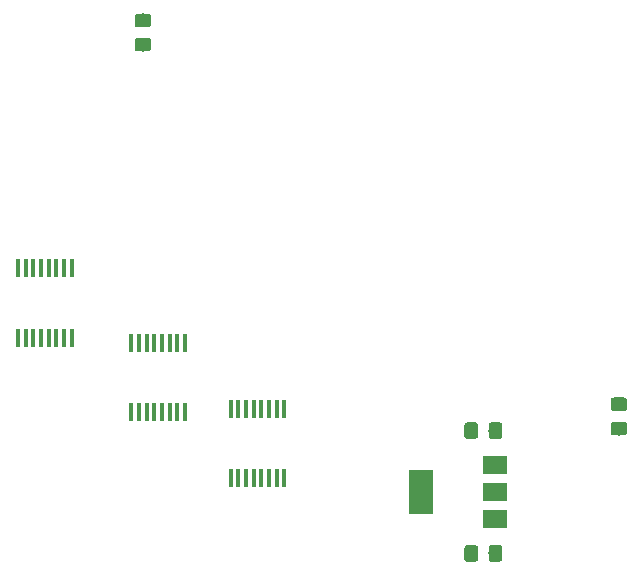
<source format=gbr>
G04 #@! TF.GenerationSoftware,KiCad,Pcbnew,(5.1.4)-1*
G04 #@! TF.CreationDate,2020-06-16T20:45:49+02:00*
G04 #@! TF.ProjectId,8x5matrixDisplay,3878356d-6174-4726-9978-446973706c61,rev?*
G04 #@! TF.SameCoordinates,Original*
G04 #@! TF.FileFunction,Paste,Bot*
G04 #@! TF.FilePolarity,Positive*
%FSLAX46Y46*%
G04 Gerber Fmt 4.6, Leading zero omitted, Abs format (unit mm)*
G04 Created by KiCad (PCBNEW (5.1.4)-1) date 2020-06-16 20:45:49*
%MOMM*%
%LPD*%
G04 APERTURE LIST*
%ADD10C,0.100000*%
%ADD11C,1.150000*%
%ADD12R,2.000000X3.800000*%
%ADD13R,2.000000X1.500000*%
%ADD14R,0.450000X1.500000*%
G04 APERTURE END LIST*
D10*
G36*
X176899505Y-114301204D02*
G01*
X176923773Y-114304804D01*
X176947572Y-114310765D01*
X176970671Y-114319030D01*
X176992850Y-114329520D01*
X177013893Y-114342132D01*
X177033599Y-114356747D01*
X177051777Y-114373223D01*
X177068253Y-114391401D01*
X177082868Y-114411107D01*
X177095480Y-114432150D01*
X177105970Y-114454329D01*
X177114235Y-114477428D01*
X177120196Y-114501227D01*
X177123796Y-114525495D01*
X177125000Y-114549999D01*
X177125000Y-115450001D01*
X177123796Y-115474505D01*
X177120196Y-115498773D01*
X177114235Y-115522572D01*
X177105970Y-115545671D01*
X177095480Y-115567850D01*
X177082868Y-115588893D01*
X177068253Y-115608599D01*
X177051777Y-115626777D01*
X177033599Y-115643253D01*
X177013893Y-115657868D01*
X176992850Y-115670480D01*
X176970671Y-115680970D01*
X176947572Y-115689235D01*
X176923773Y-115695196D01*
X176899505Y-115698796D01*
X176875001Y-115700000D01*
X176224999Y-115700000D01*
X176200495Y-115698796D01*
X176176227Y-115695196D01*
X176152428Y-115689235D01*
X176129329Y-115680970D01*
X176107150Y-115670480D01*
X176086107Y-115657868D01*
X176066401Y-115643253D01*
X176048223Y-115626777D01*
X176031747Y-115608599D01*
X176017132Y-115588893D01*
X176004520Y-115567850D01*
X175994030Y-115545671D01*
X175985765Y-115522572D01*
X175979804Y-115498773D01*
X175976204Y-115474505D01*
X175975000Y-115450001D01*
X175975000Y-114549999D01*
X175976204Y-114525495D01*
X175979804Y-114501227D01*
X175985765Y-114477428D01*
X175994030Y-114454329D01*
X176004520Y-114432150D01*
X176017132Y-114411107D01*
X176031747Y-114391401D01*
X176048223Y-114373223D01*
X176066401Y-114356747D01*
X176086107Y-114342132D01*
X176107150Y-114329520D01*
X176129329Y-114319030D01*
X176152428Y-114310765D01*
X176176227Y-114304804D01*
X176200495Y-114301204D01*
X176224999Y-114300000D01*
X176875001Y-114300000D01*
X176899505Y-114301204D01*
X176899505Y-114301204D01*
G37*
D11*
X176550000Y-115000000D03*
D10*
G36*
X174849505Y-114301204D02*
G01*
X174873773Y-114304804D01*
X174897572Y-114310765D01*
X174920671Y-114319030D01*
X174942850Y-114329520D01*
X174963893Y-114342132D01*
X174983599Y-114356747D01*
X175001777Y-114373223D01*
X175018253Y-114391401D01*
X175032868Y-114411107D01*
X175045480Y-114432150D01*
X175055970Y-114454329D01*
X175064235Y-114477428D01*
X175070196Y-114501227D01*
X175073796Y-114525495D01*
X175075000Y-114549999D01*
X175075000Y-115450001D01*
X175073796Y-115474505D01*
X175070196Y-115498773D01*
X175064235Y-115522572D01*
X175055970Y-115545671D01*
X175045480Y-115567850D01*
X175032868Y-115588893D01*
X175018253Y-115608599D01*
X175001777Y-115626777D01*
X174983599Y-115643253D01*
X174963893Y-115657868D01*
X174942850Y-115670480D01*
X174920671Y-115680970D01*
X174897572Y-115689235D01*
X174873773Y-115695196D01*
X174849505Y-115698796D01*
X174825001Y-115700000D01*
X174174999Y-115700000D01*
X174150495Y-115698796D01*
X174126227Y-115695196D01*
X174102428Y-115689235D01*
X174079329Y-115680970D01*
X174057150Y-115670480D01*
X174036107Y-115657868D01*
X174016401Y-115643253D01*
X173998223Y-115626777D01*
X173981747Y-115608599D01*
X173967132Y-115588893D01*
X173954520Y-115567850D01*
X173944030Y-115545671D01*
X173935765Y-115522572D01*
X173929804Y-115498773D01*
X173926204Y-115474505D01*
X173925000Y-115450001D01*
X173925000Y-114549999D01*
X173926204Y-114525495D01*
X173929804Y-114501227D01*
X173935765Y-114477428D01*
X173944030Y-114454329D01*
X173954520Y-114432150D01*
X173967132Y-114411107D01*
X173981747Y-114391401D01*
X173998223Y-114373223D01*
X174016401Y-114356747D01*
X174036107Y-114342132D01*
X174057150Y-114329520D01*
X174079329Y-114319030D01*
X174102428Y-114310765D01*
X174126227Y-114304804D01*
X174150495Y-114301204D01*
X174174999Y-114300000D01*
X174825001Y-114300000D01*
X174849505Y-114301204D01*
X174849505Y-114301204D01*
G37*
D11*
X174500000Y-115000000D03*
D10*
G36*
X176899505Y-103901204D02*
G01*
X176923773Y-103904804D01*
X176947572Y-103910765D01*
X176970671Y-103919030D01*
X176992850Y-103929520D01*
X177013893Y-103942132D01*
X177033599Y-103956747D01*
X177051777Y-103973223D01*
X177068253Y-103991401D01*
X177082868Y-104011107D01*
X177095480Y-104032150D01*
X177105970Y-104054329D01*
X177114235Y-104077428D01*
X177120196Y-104101227D01*
X177123796Y-104125495D01*
X177125000Y-104149999D01*
X177125000Y-105050001D01*
X177123796Y-105074505D01*
X177120196Y-105098773D01*
X177114235Y-105122572D01*
X177105970Y-105145671D01*
X177095480Y-105167850D01*
X177082868Y-105188893D01*
X177068253Y-105208599D01*
X177051777Y-105226777D01*
X177033599Y-105243253D01*
X177013893Y-105257868D01*
X176992850Y-105270480D01*
X176970671Y-105280970D01*
X176947572Y-105289235D01*
X176923773Y-105295196D01*
X176899505Y-105298796D01*
X176875001Y-105300000D01*
X176224999Y-105300000D01*
X176200495Y-105298796D01*
X176176227Y-105295196D01*
X176152428Y-105289235D01*
X176129329Y-105280970D01*
X176107150Y-105270480D01*
X176086107Y-105257868D01*
X176066401Y-105243253D01*
X176048223Y-105226777D01*
X176031747Y-105208599D01*
X176017132Y-105188893D01*
X176004520Y-105167850D01*
X175994030Y-105145671D01*
X175985765Y-105122572D01*
X175979804Y-105098773D01*
X175976204Y-105074505D01*
X175975000Y-105050001D01*
X175975000Y-104149999D01*
X175976204Y-104125495D01*
X175979804Y-104101227D01*
X175985765Y-104077428D01*
X175994030Y-104054329D01*
X176004520Y-104032150D01*
X176017132Y-104011107D01*
X176031747Y-103991401D01*
X176048223Y-103973223D01*
X176066401Y-103956747D01*
X176086107Y-103942132D01*
X176107150Y-103929520D01*
X176129329Y-103919030D01*
X176152428Y-103910765D01*
X176176227Y-103904804D01*
X176200495Y-103901204D01*
X176224999Y-103900000D01*
X176875001Y-103900000D01*
X176899505Y-103901204D01*
X176899505Y-103901204D01*
G37*
D11*
X176550000Y-104600000D03*
D10*
G36*
X174849505Y-103901204D02*
G01*
X174873773Y-103904804D01*
X174897572Y-103910765D01*
X174920671Y-103919030D01*
X174942850Y-103929520D01*
X174963893Y-103942132D01*
X174983599Y-103956747D01*
X175001777Y-103973223D01*
X175018253Y-103991401D01*
X175032868Y-104011107D01*
X175045480Y-104032150D01*
X175055970Y-104054329D01*
X175064235Y-104077428D01*
X175070196Y-104101227D01*
X175073796Y-104125495D01*
X175075000Y-104149999D01*
X175075000Y-105050001D01*
X175073796Y-105074505D01*
X175070196Y-105098773D01*
X175064235Y-105122572D01*
X175055970Y-105145671D01*
X175045480Y-105167850D01*
X175032868Y-105188893D01*
X175018253Y-105208599D01*
X175001777Y-105226777D01*
X174983599Y-105243253D01*
X174963893Y-105257868D01*
X174942850Y-105270480D01*
X174920671Y-105280970D01*
X174897572Y-105289235D01*
X174873773Y-105295196D01*
X174849505Y-105298796D01*
X174825001Y-105300000D01*
X174174999Y-105300000D01*
X174150495Y-105298796D01*
X174126227Y-105295196D01*
X174102428Y-105289235D01*
X174079329Y-105280970D01*
X174057150Y-105270480D01*
X174036107Y-105257868D01*
X174016401Y-105243253D01*
X173998223Y-105226777D01*
X173981747Y-105208599D01*
X173967132Y-105188893D01*
X173954520Y-105167850D01*
X173944030Y-105145671D01*
X173935765Y-105122572D01*
X173929804Y-105098773D01*
X173926204Y-105074505D01*
X173925000Y-105050001D01*
X173925000Y-104149999D01*
X173926204Y-104125495D01*
X173929804Y-104101227D01*
X173935765Y-104077428D01*
X173944030Y-104054329D01*
X173954520Y-104032150D01*
X173967132Y-104011107D01*
X173981747Y-103991401D01*
X173998223Y-103973223D01*
X174016401Y-103956747D01*
X174036107Y-103942132D01*
X174057150Y-103929520D01*
X174079329Y-103919030D01*
X174102428Y-103910765D01*
X174126227Y-103904804D01*
X174150495Y-103901204D01*
X174174999Y-103900000D01*
X174825001Y-103900000D01*
X174849505Y-103901204D01*
X174849505Y-103901204D01*
G37*
D11*
X174500000Y-104600000D03*
D10*
G36*
X187474505Y-101801204D02*
G01*
X187498773Y-101804804D01*
X187522572Y-101810765D01*
X187545671Y-101819030D01*
X187567850Y-101829520D01*
X187588893Y-101842132D01*
X187608599Y-101856747D01*
X187626777Y-101873223D01*
X187643253Y-101891401D01*
X187657868Y-101911107D01*
X187670480Y-101932150D01*
X187680970Y-101954329D01*
X187689235Y-101977428D01*
X187695196Y-102001227D01*
X187698796Y-102025495D01*
X187700000Y-102049999D01*
X187700000Y-102700001D01*
X187698796Y-102724505D01*
X187695196Y-102748773D01*
X187689235Y-102772572D01*
X187680970Y-102795671D01*
X187670480Y-102817850D01*
X187657868Y-102838893D01*
X187643253Y-102858599D01*
X187626777Y-102876777D01*
X187608599Y-102893253D01*
X187588893Y-102907868D01*
X187567850Y-102920480D01*
X187545671Y-102930970D01*
X187522572Y-102939235D01*
X187498773Y-102945196D01*
X187474505Y-102948796D01*
X187450001Y-102950000D01*
X186549999Y-102950000D01*
X186525495Y-102948796D01*
X186501227Y-102945196D01*
X186477428Y-102939235D01*
X186454329Y-102930970D01*
X186432150Y-102920480D01*
X186411107Y-102907868D01*
X186391401Y-102893253D01*
X186373223Y-102876777D01*
X186356747Y-102858599D01*
X186342132Y-102838893D01*
X186329520Y-102817850D01*
X186319030Y-102795671D01*
X186310765Y-102772572D01*
X186304804Y-102748773D01*
X186301204Y-102724505D01*
X186300000Y-102700001D01*
X186300000Y-102049999D01*
X186301204Y-102025495D01*
X186304804Y-102001227D01*
X186310765Y-101977428D01*
X186319030Y-101954329D01*
X186329520Y-101932150D01*
X186342132Y-101911107D01*
X186356747Y-101891401D01*
X186373223Y-101873223D01*
X186391401Y-101856747D01*
X186411107Y-101842132D01*
X186432150Y-101829520D01*
X186454329Y-101819030D01*
X186477428Y-101810765D01*
X186501227Y-101804804D01*
X186525495Y-101801204D01*
X186549999Y-101800000D01*
X187450001Y-101800000D01*
X187474505Y-101801204D01*
X187474505Y-101801204D01*
G37*
D11*
X187000000Y-102375000D03*
D10*
G36*
X187474505Y-103851204D02*
G01*
X187498773Y-103854804D01*
X187522572Y-103860765D01*
X187545671Y-103869030D01*
X187567850Y-103879520D01*
X187588893Y-103892132D01*
X187608599Y-103906747D01*
X187626777Y-103923223D01*
X187643253Y-103941401D01*
X187657868Y-103961107D01*
X187670480Y-103982150D01*
X187680970Y-104004329D01*
X187689235Y-104027428D01*
X187695196Y-104051227D01*
X187698796Y-104075495D01*
X187700000Y-104099999D01*
X187700000Y-104750001D01*
X187698796Y-104774505D01*
X187695196Y-104798773D01*
X187689235Y-104822572D01*
X187680970Y-104845671D01*
X187670480Y-104867850D01*
X187657868Y-104888893D01*
X187643253Y-104908599D01*
X187626777Y-104926777D01*
X187608599Y-104943253D01*
X187588893Y-104957868D01*
X187567850Y-104970480D01*
X187545671Y-104980970D01*
X187522572Y-104989235D01*
X187498773Y-104995196D01*
X187474505Y-104998796D01*
X187450001Y-105000000D01*
X186549999Y-105000000D01*
X186525495Y-104998796D01*
X186501227Y-104995196D01*
X186477428Y-104989235D01*
X186454329Y-104980970D01*
X186432150Y-104970480D01*
X186411107Y-104957868D01*
X186391401Y-104943253D01*
X186373223Y-104926777D01*
X186356747Y-104908599D01*
X186342132Y-104888893D01*
X186329520Y-104867850D01*
X186319030Y-104845671D01*
X186310765Y-104822572D01*
X186304804Y-104798773D01*
X186301204Y-104774505D01*
X186300000Y-104750001D01*
X186300000Y-104099999D01*
X186301204Y-104075495D01*
X186304804Y-104051227D01*
X186310765Y-104027428D01*
X186319030Y-104004329D01*
X186329520Y-103982150D01*
X186342132Y-103961107D01*
X186356747Y-103941401D01*
X186373223Y-103923223D01*
X186391401Y-103906747D01*
X186411107Y-103892132D01*
X186432150Y-103879520D01*
X186454329Y-103869030D01*
X186477428Y-103860765D01*
X186501227Y-103854804D01*
X186525495Y-103851204D01*
X186549999Y-103850000D01*
X187450001Y-103850000D01*
X187474505Y-103851204D01*
X187474505Y-103851204D01*
G37*
D11*
X187000000Y-104425000D03*
D10*
G36*
X147174505Y-71351204D02*
G01*
X147198773Y-71354804D01*
X147222572Y-71360765D01*
X147245671Y-71369030D01*
X147267850Y-71379520D01*
X147288893Y-71392132D01*
X147308599Y-71406747D01*
X147326777Y-71423223D01*
X147343253Y-71441401D01*
X147357868Y-71461107D01*
X147370480Y-71482150D01*
X147380970Y-71504329D01*
X147389235Y-71527428D01*
X147395196Y-71551227D01*
X147398796Y-71575495D01*
X147400000Y-71599999D01*
X147400000Y-72250001D01*
X147398796Y-72274505D01*
X147395196Y-72298773D01*
X147389235Y-72322572D01*
X147380970Y-72345671D01*
X147370480Y-72367850D01*
X147357868Y-72388893D01*
X147343253Y-72408599D01*
X147326777Y-72426777D01*
X147308599Y-72443253D01*
X147288893Y-72457868D01*
X147267850Y-72470480D01*
X147245671Y-72480970D01*
X147222572Y-72489235D01*
X147198773Y-72495196D01*
X147174505Y-72498796D01*
X147150001Y-72500000D01*
X146249999Y-72500000D01*
X146225495Y-72498796D01*
X146201227Y-72495196D01*
X146177428Y-72489235D01*
X146154329Y-72480970D01*
X146132150Y-72470480D01*
X146111107Y-72457868D01*
X146091401Y-72443253D01*
X146073223Y-72426777D01*
X146056747Y-72408599D01*
X146042132Y-72388893D01*
X146029520Y-72367850D01*
X146019030Y-72345671D01*
X146010765Y-72322572D01*
X146004804Y-72298773D01*
X146001204Y-72274505D01*
X146000000Y-72250001D01*
X146000000Y-71599999D01*
X146001204Y-71575495D01*
X146004804Y-71551227D01*
X146010765Y-71527428D01*
X146019030Y-71504329D01*
X146029520Y-71482150D01*
X146042132Y-71461107D01*
X146056747Y-71441401D01*
X146073223Y-71423223D01*
X146091401Y-71406747D01*
X146111107Y-71392132D01*
X146132150Y-71379520D01*
X146154329Y-71369030D01*
X146177428Y-71360765D01*
X146201227Y-71354804D01*
X146225495Y-71351204D01*
X146249999Y-71350000D01*
X147150001Y-71350000D01*
X147174505Y-71351204D01*
X147174505Y-71351204D01*
G37*
D11*
X146700000Y-71925000D03*
D10*
G36*
X147174505Y-69301204D02*
G01*
X147198773Y-69304804D01*
X147222572Y-69310765D01*
X147245671Y-69319030D01*
X147267850Y-69329520D01*
X147288893Y-69342132D01*
X147308599Y-69356747D01*
X147326777Y-69373223D01*
X147343253Y-69391401D01*
X147357868Y-69411107D01*
X147370480Y-69432150D01*
X147380970Y-69454329D01*
X147389235Y-69477428D01*
X147395196Y-69501227D01*
X147398796Y-69525495D01*
X147400000Y-69549999D01*
X147400000Y-70200001D01*
X147398796Y-70224505D01*
X147395196Y-70248773D01*
X147389235Y-70272572D01*
X147380970Y-70295671D01*
X147370480Y-70317850D01*
X147357868Y-70338893D01*
X147343253Y-70358599D01*
X147326777Y-70376777D01*
X147308599Y-70393253D01*
X147288893Y-70407868D01*
X147267850Y-70420480D01*
X147245671Y-70430970D01*
X147222572Y-70439235D01*
X147198773Y-70445196D01*
X147174505Y-70448796D01*
X147150001Y-70450000D01*
X146249999Y-70450000D01*
X146225495Y-70448796D01*
X146201227Y-70445196D01*
X146177428Y-70439235D01*
X146154329Y-70430970D01*
X146132150Y-70420480D01*
X146111107Y-70407868D01*
X146091401Y-70393253D01*
X146073223Y-70376777D01*
X146056747Y-70358599D01*
X146042132Y-70338893D01*
X146029520Y-70317850D01*
X146019030Y-70295671D01*
X146010765Y-70272572D01*
X146004804Y-70248773D01*
X146001204Y-70224505D01*
X146000000Y-70200001D01*
X146000000Y-69549999D01*
X146001204Y-69525495D01*
X146004804Y-69501227D01*
X146010765Y-69477428D01*
X146019030Y-69454329D01*
X146029520Y-69432150D01*
X146042132Y-69411107D01*
X146056747Y-69391401D01*
X146073223Y-69373223D01*
X146091401Y-69356747D01*
X146111107Y-69342132D01*
X146132150Y-69329520D01*
X146154329Y-69319030D01*
X146177428Y-69310765D01*
X146201227Y-69304804D01*
X146225495Y-69301204D01*
X146249999Y-69300000D01*
X147150001Y-69300000D01*
X147174505Y-69301204D01*
X147174505Y-69301204D01*
G37*
D11*
X146700000Y-69875000D03*
D12*
X170250000Y-109800000D03*
D13*
X176550000Y-109800000D03*
X176550000Y-112100000D03*
X176550000Y-107500000D03*
D14*
X136125000Y-90850000D03*
X136775000Y-90850000D03*
X137425000Y-90850000D03*
X138075000Y-90850000D03*
X138725000Y-90850000D03*
X139375000Y-90850000D03*
X140025000Y-90850000D03*
X140675000Y-90850000D03*
X140675000Y-96750000D03*
X140025000Y-96750000D03*
X139375000Y-96750000D03*
X138725000Y-96750000D03*
X138075000Y-96750000D03*
X137425000Y-96750000D03*
X136775000Y-96750000D03*
X136125000Y-96750000D03*
X145725000Y-103050000D03*
X146375000Y-103050000D03*
X147025000Y-103050000D03*
X147675000Y-103050000D03*
X148325000Y-103050000D03*
X148975000Y-103050000D03*
X149625000Y-103050000D03*
X150275000Y-103050000D03*
X150275000Y-97150000D03*
X149625000Y-97150000D03*
X148975000Y-97150000D03*
X148325000Y-97150000D03*
X147675000Y-97150000D03*
X147025000Y-97150000D03*
X146375000Y-97150000D03*
X145725000Y-97150000D03*
X154125000Y-102750000D03*
X154775000Y-102750000D03*
X155425000Y-102750000D03*
X156075000Y-102750000D03*
X156725000Y-102750000D03*
X157375000Y-102750000D03*
X158025000Y-102750000D03*
X158675000Y-102750000D03*
X158675000Y-108650000D03*
X158025000Y-108650000D03*
X157375000Y-108650000D03*
X156725000Y-108650000D03*
X156075000Y-108650000D03*
X155425000Y-108650000D03*
X154775000Y-108650000D03*
X154125000Y-108650000D03*
M02*

</source>
